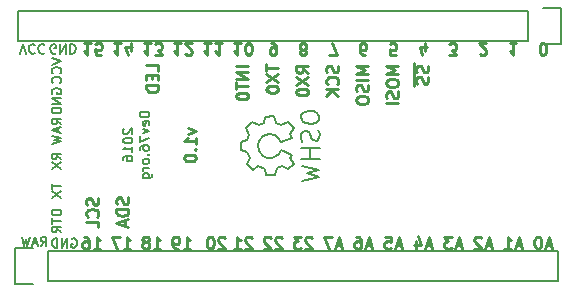
<source format=gbo>
%TF.GenerationSoftware,KiCad,Pcbnew,4.0.4-stable*%
%TF.CreationDate,2016-12-05T23:01:44+00:00*%
%TF.ProjectId,mightyduino,6D69676874796475696E6F2E6B696361,rev?*%
%TF.FileFunction,Legend,Bot*%
%FSLAX46Y46*%
G04 Gerber Fmt 4.6, Leading zero omitted, Abs format (unit mm)*
G04 Created by KiCad (PCBNEW 4.0.4-stable) date Monday, 05 '05e' December '05e' 2016, 23:01:44*
%MOMM*%
%LPD*%
G01*
G04 APERTURE LIST*
%ADD10C,0.100000*%
%ADD11C,0.250000*%
%ADD12C,0.200000*%
%ADD13C,0.150000*%
G04 APERTURE END LIST*
D10*
D11*
X142686114Y-108985229D02*
X143352781Y-109223324D01*
X142686114Y-109461420D01*
X143352781Y-110366182D02*
X143352781Y-109794753D01*
X143352781Y-110080467D02*
X142352781Y-110080467D01*
X142495638Y-109985229D01*
X142590876Y-109889991D01*
X142638495Y-109794753D01*
X143257543Y-110794753D02*
X143305162Y-110842372D01*
X143352781Y-110794753D01*
X143305162Y-110747134D01*
X143257543Y-110794753D01*
X143352781Y-110794753D01*
X142352781Y-111461419D02*
X142352781Y-111556658D01*
X142400400Y-111651896D01*
X142448019Y-111699515D01*
X142543257Y-111747134D01*
X142733733Y-111794753D01*
X142971829Y-111794753D01*
X143162305Y-111747134D01*
X143257543Y-111699515D01*
X143305162Y-111651896D01*
X143352781Y-111556658D01*
X143352781Y-111461419D01*
X143305162Y-111366181D01*
X143257543Y-111318562D01*
X143162305Y-111270943D01*
X142971829Y-111223324D01*
X142733733Y-111223324D01*
X142543257Y-111270943D01*
X142448019Y-111318562D01*
X142400400Y-111366181D01*
X142352781Y-111461419D01*
D12*
X137241095Y-109042371D02*
X137203000Y-109080466D01*
X137164905Y-109156657D01*
X137164905Y-109347133D01*
X137203000Y-109423323D01*
X137241095Y-109461419D01*
X137317286Y-109499514D01*
X137393476Y-109499514D01*
X137507762Y-109461419D01*
X137964905Y-109004276D01*
X137964905Y-109499514D01*
X137164905Y-109994752D02*
X137164905Y-110070943D01*
X137203000Y-110147133D01*
X137241095Y-110185228D01*
X137317286Y-110223324D01*
X137469667Y-110261419D01*
X137660143Y-110261419D01*
X137812524Y-110223324D01*
X137888714Y-110185228D01*
X137926810Y-110147133D01*
X137964905Y-110070943D01*
X137964905Y-109994752D01*
X137926810Y-109918562D01*
X137888714Y-109880466D01*
X137812524Y-109842371D01*
X137660143Y-109804276D01*
X137469667Y-109804276D01*
X137317286Y-109842371D01*
X137241095Y-109880466D01*
X137203000Y-109918562D01*
X137164905Y-109994752D01*
X137964905Y-111023324D02*
X137964905Y-110566181D01*
X137964905Y-110794752D02*
X137164905Y-110794752D01*
X137279190Y-110718562D01*
X137355381Y-110642371D01*
X137393476Y-110566181D01*
X137164905Y-111709038D02*
X137164905Y-111556657D01*
X137203000Y-111480467D01*
X137241095Y-111442372D01*
X137355381Y-111366181D01*
X137507762Y-111328086D01*
X137812524Y-111328086D01*
X137888714Y-111366181D01*
X137926810Y-111404276D01*
X137964905Y-111480467D01*
X137964905Y-111632848D01*
X137926810Y-111709038D01*
X137888714Y-111747134D01*
X137812524Y-111785229D01*
X137622048Y-111785229D01*
X137545857Y-111747134D01*
X137507762Y-111709038D01*
X137469667Y-111632848D01*
X137469667Y-111480467D01*
X137507762Y-111404276D01*
X137545857Y-111366181D01*
X137622048Y-111328086D01*
X139364905Y-107632847D02*
X138564905Y-107632847D01*
X138564905Y-107823323D01*
X138603000Y-107937609D01*
X138679190Y-108013800D01*
X138755381Y-108051895D01*
X138907762Y-108089990D01*
X139022048Y-108089990D01*
X139174429Y-108051895D01*
X139250619Y-108013800D01*
X139326810Y-107937609D01*
X139364905Y-107823323D01*
X139364905Y-107632847D01*
X139326810Y-108737609D02*
X139364905Y-108661419D01*
X139364905Y-108509038D01*
X139326810Y-108432847D01*
X139250619Y-108394752D01*
X138945857Y-108394752D01*
X138869667Y-108432847D01*
X138831571Y-108509038D01*
X138831571Y-108661419D01*
X138869667Y-108737609D01*
X138945857Y-108775704D01*
X139022048Y-108775704D01*
X139098238Y-108394752D01*
X138831571Y-109042371D02*
X139364905Y-109232847D01*
X138831571Y-109423323D01*
X138564905Y-109651895D02*
X138564905Y-110185228D01*
X139364905Y-109842371D01*
X138564905Y-110832847D02*
X138564905Y-110680466D01*
X138603000Y-110604276D01*
X138641095Y-110566181D01*
X138755381Y-110489990D01*
X138907762Y-110451895D01*
X139212524Y-110451895D01*
X139288714Y-110489990D01*
X139326810Y-110528085D01*
X139364905Y-110604276D01*
X139364905Y-110756657D01*
X139326810Y-110832847D01*
X139288714Y-110870943D01*
X139212524Y-110909038D01*
X139022048Y-110909038D01*
X138945857Y-110870943D01*
X138907762Y-110832847D01*
X138869667Y-110756657D01*
X138869667Y-110604276D01*
X138907762Y-110528085D01*
X138945857Y-110489990D01*
X139022048Y-110451895D01*
X139288714Y-111251895D02*
X139326810Y-111289990D01*
X139364905Y-111251895D01*
X139326810Y-111213800D01*
X139288714Y-111251895D01*
X139364905Y-111251895D01*
X139364905Y-111747133D02*
X139326810Y-111670942D01*
X139288714Y-111632847D01*
X139212524Y-111594752D01*
X138983952Y-111594752D01*
X138907762Y-111632847D01*
X138869667Y-111670942D01*
X138831571Y-111747133D01*
X138831571Y-111861419D01*
X138869667Y-111937609D01*
X138907762Y-111975704D01*
X138983952Y-112013800D01*
X139212524Y-112013800D01*
X139288714Y-111975704D01*
X139326810Y-111937609D01*
X139364905Y-111861419D01*
X139364905Y-111747133D01*
X139364905Y-112356657D02*
X138831571Y-112356657D01*
X138983952Y-112356657D02*
X138907762Y-112394752D01*
X138869667Y-112432848D01*
X138831571Y-112509038D01*
X138831571Y-112585229D01*
X138831571Y-113194752D02*
X139479190Y-113194752D01*
X139555381Y-113156657D01*
X139593476Y-113118562D01*
X139631571Y-113042371D01*
X139631571Y-112928086D01*
X139593476Y-112851895D01*
X139326810Y-113194752D02*
X139364905Y-113118562D01*
X139364905Y-112966181D01*
X139326810Y-112889990D01*
X139288714Y-112851895D01*
X139212524Y-112813800D01*
X138983952Y-112813800D01*
X138907762Y-112851895D01*
X138869667Y-112889990D01*
X138831571Y-112966181D01*
X138831571Y-113118562D01*
X138869667Y-113194752D01*
D11*
X162964762Y-103695476D02*
X163012381Y-103838333D01*
X163012381Y-104076429D01*
X162964762Y-104171667D01*
X162917143Y-104219286D01*
X162821905Y-104266905D01*
X162726667Y-104266905D01*
X162631429Y-104219286D01*
X162583810Y-104171667D01*
X162536190Y-104076429D01*
X162488571Y-103885952D01*
X162440952Y-103790714D01*
X162393333Y-103743095D01*
X162298095Y-103695476D01*
X162202857Y-103695476D01*
X162107619Y-103743095D01*
X162060000Y-103790714D01*
X162012381Y-103885952D01*
X162012381Y-104124048D01*
X162060000Y-104266905D01*
X162964762Y-104647857D02*
X163012381Y-104790714D01*
X163012381Y-105028810D01*
X162964762Y-105124048D01*
X162917143Y-105171667D01*
X162821905Y-105219286D01*
X162726667Y-105219286D01*
X162631429Y-105171667D01*
X162583810Y-105124048D01*
X162536190Y-105028810D01*
X162488571Y-104838333D01*
X162440952Y-104743095D01*
X162393333Y-104695476D01*
X162298095Y-104647857D01*
X162202857Y-104647857D01*
X162107619Y-104695476D01*
X162060000Y-104743095D01*
X162012381Y-104838333D01*
X162012381Y-105076429D01*
X162060000Y-105219286D01*
X161840000Y-103505000D02*
X161840000Y-105409762D01*
X147772381Y-103743095D02*
X146772381Y-103743095D01*
X147772381Y-104219285D02*
X146772381Y-104219285D01*
X147772381Y-104790714D01*
X146772381Y-104790714D01*
X146772381Y-105124047D02*
X146772381Y-105695476D01*
X147772381Y-105409761D02*
X146772381Y-105409761D01*
X146772381Y-106219285D02*
X146772381Y-106314524D01*
X146820000Y-106409762D01*
X146867619Y-106457381D01*
X146962857Y-106505000D01*
X147153333Y-106552619D01*
X147391429Y-106552619D01*
X147581905Y-106505000D01*
X147677143Y-106457381D01*
X147724762Y-106409762D01*
X147772381Y-106314524D01*
X147772381Y-106219285D01*
X147724762Y-106124047D01*
X147677143Y-106076428D01*
X147581905Y-106028809D01*
X147391429Y-105981190D01*
X147153333Y-105981190D01*
X146962857Y-106028809D01*
X146867619Y-106076428D01*
X146820000Y-106124047D01*
X146772381Y-106219285D01*
X149312381Y-103600238D02*
X149312381Y-104171667D01*
X150312381Y-103885952D02*
X149312381Y-103885952D01*
X149312381Y-104409762D02*
X150312381Y-105076429D01*
X149312381Y-105076429D02*
X150312381Y-104409762D01*
X149312381Y-105647857D02*
X149312381Y-105743096D01*
X149360000Y-105838334D01*
X149407619Y-105885953D01*
X149502857Y-105933572D01*
X149693333Y-105981191D01*
X149931429Y-105981191D01*
X150121905Y-105933572D01*
X150217143Y-105885953D01*
X150264762Y-105838334D01*
X150312381Y-105743096D01*
X150312381Y-105647857D01*
X150264762Y-105552619D01*
X150217143Y-105505000D01*
X150121905Y-105457381D01*
X149931429Y-105409762D01*
X149693333Y-105409762D01*
X149502857Y-105457381D01*
X149407619Y-105505000D01*
X149360000Y-105552619D01*
X149312381Y-105647857D01*
X152852381Y-104314524D02*
X152376190Y-103981190D01*
X152852381Y-103743095D02*
X151852381Y-103743095D01*
X151852381Y-104124048D01*
X151900000Y-104219286D01*
X151947619Y-104266905D01*
X152042857Y-104314524D01*
X152185714Y-104314524D01*
X152280952Y-104266905D01*
X152328571Y-104219286D01*
X152376190Y-104124048D01*
X152376190Y-103743095D01*
X151852381Y-104647857D02*
X152852381Y-105314524D01*
X151852381Y-105314524D02*
X152852381Y-104647857D01*
X151852381Y-105885952D02*
X151852381Y-105981191D01*
X151900000Y-106076429D01*
X151947619Y-106124048D01*
X152042857Y-106171667D01*
X152233333Y-106219286D01*
X152471429Y-106219286D01*
X152661905Y-106171667D01*
X152757143Y-106124048D01*
X152804762Y-106076429D01*
X152852381Y-105981191D01*
X152852381Y-105885952D01*
X152804762Y-105790714D01*
X152757143Y-105743095D01*
X152661905Y-105695476D01*
X152471429Y-105647857D01*
X152233333Y-105647857D01*
X152042857Y-105695476D01*
X151947619Y-105743095D01*
X151900000Y-105790714D01*
X151852381Y-105885952D01*
X137564762Y-114855952D02*
X137612381Y-114998809D01*
X137612381Y-115236905D01*
X137564762Y-115332143D01*
X137517143Y-115379762D01*
X137421905Y-115427381D01*
X137326667Y-115427381D01*
X137231429Y-115379762D01*
X137183810Y-115332143D01*
X137136190Y-115236905D01*
X137088571Y-115046428D01*
X137040952Y-114951190D01*
X136993333Y-114903571D01*
X136898095Y-114855952D01*
X136802857Y-114855952D01*
X136707619Y-114903571D01*
X136660000Y-114951190D01*
X136612381Y-115046428D01*
X136612381Y-115284524D01*
X136660000Y-115427381D01*
X137612381Y-115855952D02*
X136612381Y-115855952D01*
X136612381Y-116094047D01*
X136660000Y-116236905D01*
X136755238Y-116332143D01*
X136850476Y-116379762D01*
X137040952Y-116427381D01*
X137183810Y-116427381D01*
X137374286Y-116379762D01*
X137469524Y-116332143D01*
X137564762Y-116236905D01*
X137612381Y-116094047D01*
X137612381Y-115855952D01*
X137326667Y-116808333D02*
X137326667Y-117284524D01*
X137612381Y-116713095D02*
X136612381Y-117046428D01*
X137612381Y-117379762D01*
X135024762Y-114903571D02*
X135072381Y-115046428D01*
X135072381Y-115284524D01*
X135024762Y-115379762D01*
X134977143Y-115427381D01*
X134881905Y-115475000D01*
X134786667Y-115475000D01*
X134691429Y-115427381D01*
X134643810Y-115379762D01*
X134596190Y-115284524D01*
X134548571Y-115094047D01*
X134500952Y-114998809D01*
X134453333Y-114951190D01*
X134358095Y-114903571D01*
X134262857Y-114903571D01*
X134167619Y-114951190D01*
X134120000Y-114998809D01*
X134072381Y-115094047D01*
X134072381Y-115332143D01*
X134120000Y-115475000D01*
X134977143Y-116475000D02*
X135024762Y-116427381D01*
X135072381Y-116284524D01*
X135072381Y-116189286D01*
X135024762Y-116046428D01*
X134929524Y-115951190D01*
X134834286Y-115903571D01*
X134643810Y-115855952D01*
X134500952Y-115855952D01*
X134310476Y-115903571D01*
X134215238Y-115951190D01*
X134120000Y-116046428D01*
X134072381Y-116189286D01*
X134072381Y-116284524D01*
X134120000Y-116427381D01*
X134167619Y-116475000D01*
X135072381Y-117379762D02*
X135072381Y-116903571D01*
X134072381Y-116903571D01*
X155344762Y-103695476D02*
X155392381Y-103838333D01*
X155392381Y-104076429D01*
X155344762Y-104171667D01*
X155297143Y-104219286D01*
X155201905Y-104266905D01*
X155106667Y-104266905D01*
X155011429Y-104219286D01*
X154963810Y-104171667D01*
X154916190Y-104076429D01*
X154868571Y-103885952D01*
X154820952Y-103790714D01*
X154773333Y-103743095D01*
X154678095Y-103695476D01*
X154582857Y-103695476D01*
X154487619Y-103743095D01*
X154440000Y-103790714D01*
X154392381Y-103885952D01*
X154392381Y-104124048D01*
X154440000Y-104266905D01*
X155297143Y-105266905D02*
X155344762Y-105219286D01*
X155392381Y-105076429D01*
X155392381Y-104981191D01*
X155344762Y-104838333D01*
X155249524Y-104743095D01*
X155154286Y-104695476D01*
X154963810Y-104647857D01*
X154820952Y-104647857D01*
X154630476Y-104695476D01*
X154535238Y-104743095D01*
X154440000Y-104838333D01*
X154392381Y-104981191D01*
X154392381Y-105076429D01*
X154440000Y-105219286D01*
X154487619Y-105266905D01*
X155392381Y-105695476D02*
X154392381Y-105695476D01*
X155392381Y-106266905D02*
X154820952Y-105838333D01*
X154392381Y-106266905D02*
X154963810Y-105695476D01*
X157932381Y-103743095D02*
X156932381Y-103743095D01*
X157646667Y-104076429D01*
X156932381Y-104409762D01*
X157932381Y-104409762D01*
X157932381Y-104885952D02*
X156932381Y-104885952D01*
X157884762Y-105314523D02*
X157932381Y-105457380D01*
X157932381Y-105695476D01*
X157884762Y-105790714D01*
X157837143Y-105838333D01*
X157741905Y-105885952D01*
X157646667Y-105885952D01*
X157551429Y-105838333D01*
X157503810Y-105790714D01*
X157456190Y-105695476D01*
X157408571Y-105504999D01*
X157360952Y-105409761D01*
X157313333Y-105362142D01*
X157218095Y-105314523D01*
X157122857Y-105314523D01*
X157027619Y-105362142D01*
X156980000Y-105409761D01*
X156932381Y-105504999D01*
X156932381Y-105743095D01*
X156980000Y-105885952D01*
X156932381Y-106504999D02*
X156932381Y-106695476D01*
X156980000Y-106790714D01*
X157075238Y-106885952D01*
X157265714Y-106933571D01*
X157599048Y-106933571D01*
X157789524Y-106885952D01*
X157884762Y-106790714D01*
X157932381Y-106695476D01*
X157932381Y-106504999D01*
X157884762Y-106409761D01*
X157789524Y-106314523D01*
X157599048Y-106266904D01*
X157265714Y-106266904D01*
X157075238Y-106314523D01*
X156980000Y-106409761D01*
X156932381Y-106504999D01*
X160472381Y-103743095D02*
X159472381Y-103743095D01*
X160186667Y-104076429D01*
X159472381Y-104409762D01*
X160472381Y-104409762D01*
X159472381Y-105076428D02*
X159472381Y-105266905D01*
X159520000Y-105362143D01*
X159615238Y-105457381D01*
X159805714Y-105505000D01*
X160139048Y-105505000D01*
X160329524Y-105457381D01*
X160424762Y-105362143D01*
X160472381Y-105266905D01*
X160472381Y-105076428D01*
X160424762Y-104981190D01*
X160329524Y-104885952D01*
X160139048Y-104838333D01*
X159805714Y-104838333D01*
X159615238Y-104885952D01*
X159520000Y-104981190D01*
X159472381Y-105076428D01*
X160424762Y-105885952D02*
X160472381Y-106028809D01*
X160472381Y-106266905D01*
X160424762Y-106362143D01*
X160377143Y-106409762D01*
X160281905Y-106457381D01*
X160186667Y-106457381D01*
X160091429Y-106409762D01*
X160043810Y-106362143D01*
X159996190Y-106266905D01*
X159948571Y-106076428D01*
X159900952Y-105981190D01*
X159853333Y-105933571D01*
X159758095Y-105885952D01*
X159662857Y-105885952D01*
X159567619Y-105933571D01*
X159520000Y-105981190D01*
X159472381Y-106076428D01*
X159472381Y-106314524D01*
X159520000Y-106457381D01*
X160472381Y-106885952D02*
X159472381Y-106885952D01*
X140152381Y-104132143D02*
X140152381Y-103655952D01*
X139152381Y-103655952D01*
X139628571Y-104465476D02*
X139628571Y-104798810D01*
X140152381Y-104941667D02*
X140152381Y-104465476D01*
X139152381Y-104465476D01*
X139152381Y-104941667D01*
X140152381Y-105370238D02*
X139152381Y-105370238D01*
X139152381Y-105608333D01*
X139200000Y-105751191D01*
X139295238Y-105846429D01*
X139390476Y-105894048D01*
X139580952Y-105941667D01*
X139723810Y-105941667D01*
X139914286Y-105894048D01*
X140009524Y-105846429D01*
X140104762Y-105751191D01*
X140152381Y-105608333D01*
X140152381Y-105370238D01*
X148081905Y-118292619D02*
X148034286Y-118245000D01*
X147939048Y-118197381D01*
X147700952Y-118197381D01*
X147605714Y-118245000D01*
X147558095Y-118292619D01*
X147510476Y-118387857D01*
X147510476Y-118483095D01*
X147558095Y-118625952D01*
X148129524Y-119197381D01*
X147510476Y-119197381D01*
X146558095Y-119197381D02*
X147129524Y-119197381D01*
X146843810Y-119197381D02*
X146843810Y-118197381D01*
X146939048Y-118340238D01*
X147034286Y-118435476D01*
X147129524Y-118483095D01*
X153161905Y-118292619D02*
X153114286Y-118245000D01*
X153019048Y-118197381D01*
X152780952Y-118197381D01*
X152685714Y-118245000D01*
X152638095Y-118292619D01*
X152590476Y-118387857D01*
X152590476Y-118483095D01*
X152638095Y-118625952D01*
X153209524Y-119197381D01*
X152590476Y-119197381D01*
X152257143Y-118197381D02*
X151638095Y-118197381D01*
X151971429Y-118578333D01*
X151828571Y-118578333D01*
X151733333Y-118625952D01*
X151685714Y-118673571D01*
X151638095Y-118768810D01*
X151638095Y-119006905D01*
X151685714Y-119102143D01*
X151733333Y-119149762D01*
X151828571Y-119197381D01*
X152114286Y-119197381D01*
X152209524Y-119149762D01*
X152257143Y-119102143D01*
X147129524Y-101782619D02*
X146558095Y-101782619D01*
X146843809Y-101782619D02*
X146843809Y-102782619D01*
X146748571Y-102639762D01*
X146653333Y-102544524D01*
X146558095Y-102496905D01*
X147748571Y-102782619D02*
X147843810Y-102782619D01*
X147939048Y-102735000D01*
X147986667Y-102687381D01*
X148034286Y-102592143D01*
X148081905Y-102401667D01*
X148081905Y-102163571D01*
X148034286Y-101973095D01*
X147986667Y-101877857D01*
X147939048Y-101830238D01*
X147843810Y-101782619D01*
X147748571Y-101782619D01*
X147653333Y-101830238D01*
X147605714Y-101877857D01*
X147558095Y-101973095D01*
X147510476Y-102163571D01*
X147510476Y-102401667D01*
X147558095Y-102592143D01*
X147605714Y-102687381D01*
X147653333Y-102735000D01*
X147748571Y-102782619D01*
X144589524Y-101782619D02*
X144018095Y-101782619D01*
X144303809Y-101782619D02*
X144303809Y-102782619D01*
X144208571Y-102639762D01*
X144113333Y-102544524D01*
X144018095Y-102496905D01*
X145541905Y-101782619D02*
X144970476Y-101782619D01*
X145256190Y-101782619D02*
X145256190Y-102782619D01*
X145160952Y-102639762D01*
X145065714Y-102544524D01*
X144970476Y-102496905D01*
D12*
X131470477Y-102635000D02*
X131394286Y-102673095D01*
X131280001Y-102673095D01*
X131165715Y-102635000D01*
X131089524Y-102558810D01*
X131051429Y-102482619D01*
X131013334Y-102330238D01*
X131013334Y-102215952D01*
X131051429Y-102063571D01*
X131089524Y-101987381D01*
X131165715Y-101911190D01*
X131280001Y-101873095D01*
X131356191Y-101873095D01*
X131470477Y-101911190D01*
X131508572Y-101949286D01*
X131508572Y-102215952D01*
X131356191Y-102215952D01*
X131851429Y-101873095D02*
X131851429Y-102673095D01*
X132308572Y-101873095D01*
X132308572Y-102673095D01*
X132689524Y-101873095D02*
X132689524Y-102673095D01*
X132880000Y-102673095D01*
X132994286Y-102635000D01*
X133070477Y-102558810D01*
X133108572Y-102482619D01*
X133146667Y-102330238D01*
X133146667Y-102215952D01*
X133108572Y-102063571D01*
X133070477Y-101987381D01*
X132994286Y-101911190D01*
X132880000Y-101873095D01*
X132689524Y-101873095D01*
X128447933Y-102673095D02*
X128714600Y-101873095D01*
X128981267Y-102673095D01*
X129705076Y-101949286D02*
X129666981Y-101911190D01*
X129552695Y-101873095D01*
X129476505Y-101873095D01*
X129362219Y-101911190D01*
X129286028Y-101987381D01*
X129247933Y-102063571D01*
X129209838Y-102215952D01*
X129209838Y-102330238D01*
X129247933Y-102482619D01*
X129286028Y-102558810D01*
X129362219Y-102635000D01*
X129476505Y-102673095D01*
X129552695Y-102673095D01*
X129666981Y-102635000D01*
X129705076Y-102596905D01*
X130505076Y-101949286D02*
X130466981Y-101911190D01*
X130352695Y-101873095D01*
X130276505Y-101873095D01*
X130162219Y-101911190D01*
X130086028Y-101987381D01*
X130047933Y-102063571D01*
X130009838Y-102215952D01*
X130009838Y-102330238D01*
X130047933Y-102482619D01*
X130086028Y-102558810D01*
X130162219Y-102635000D01*
X130276505Y-102673095D01*
X130352695Y-102673095D01*
X130466981Y-102635000D01*
X130505076Y-102596905D01*
D11*
X134429524Y-101782619D02*
X133858095Y-101782619D01*
X134143809Y-101782619D02*
X134143809Y-102782619D01*
X134048571Y-102639762D01*
X133953333Y-102544524D01*
X133858095Y-102496905D01*
X135334286Y-102782619D02*
X134858095Y-102782619D01*
X134810476Y-102306429D01*
X134858095Y-102354048D01*
X134953333Y-102401667D01*
X135191429Y-102401667D01*
X135286667Y-102354048D01*
X135334286Y-102306429D01*
X135381905Y-102211190D01*
X135381905Y-101973095D01*
X135334286Y-101877857D01*
X135286667Y-101830238D01*
X135191429Y-101782619D01*
X134953333Y-101782619D01*
X134858095Y-101830238D01*
X134810476Y-101877857D01*
X167354286Y-102687381D02*
X167401905Y-102735000D01*
X167497143Y-102782619D01*
X167735239Y-102782619D01*
X167830477Y-102735000D01*
X167878096Y-102687381D01*
X167925715Y-102592143D01*
X167925715Y-102496905D01*
X167878096Y-102354048D01*
X167306667Y-101782619D01*
X167925715Y-101782619D01*
X164766667Y-102782619D02*
X165385715Y-102782619D01*
X165052381Y-102401667D01*
X165195239Y-102401667D01*
X165290477Y-102354048D01*
X165338096Y-102306429D01*
X165385715Y-102211190D01*
X165385715Y-101973095D01*
X165338096Y-101877857D01*
X165290477Y-101830238D01*
X165195239Y-101782619D01*
X164909524Y-101782619D01*
X164814286Y-101830238D01*
X164766667Y-101877857D01*
X170465715Y-101782619D02*
X169894286Y-101782619D01*
X170180000Y-101782619D02*
X170180000Y-102782619D01*
X170084762Y-102639762D01*
X169989524Y-102544524D01*
X169894286Y-102496905D01*
X172672381Y-102782619D02*
X172767620Y-102782619D01*
X172862858Y-102735000D01*
X172910477Y-102687381D01*
X172958096Y-102592143D01*
X173005715Y-102401667D01*
X173005715Y-102163571D01*
X172958096Y-101973095D01*
X172910477Y-101877857D01*
X172862858Y-101830238D01*
X172767620Y-101782619D01*
X172672381Y-101782619D01*
X172577143Y-101830238D01*
X172529524Y-101877857D01*
X172481905Y-101973095D01*
X172434286Y-102163571D01*
X172434286Y-102401667D01*
X172481905Y-102592143D01*
X172529524Y-102687381D01*
X172577143Y-102735000D01*
X172672381Y-102782619D01*
X139509524Y-101782619D02*
X138938095Y-101782619D01*
X139223809Y-101782619D02*
X139223809Y-102782619D01*
X139128571Y-102639762D01*
X139033333Y-102544524D01*
X138938095Y-102496905D01*
X139842857Y-102782619D02*
X140461905Y-102782619D01*
X140128571Y-102401667D01*
X140271429Y-102401667D01*
X140366667Y-102354048D01*
X140414286Y-102306429D01*
X140461905Y-102211190D01*
X140461905Y-101973095D01*
X140414286Y-101877857D01*
X140366667Y-101830238D01*
X140271429Y-101782619D01*
X139985714Y-101782619D01*
X139890476Y-101830238D01*
X139842857Y-101877857D01*
X136969524Y-101782619D02*
X136398095Y-101782619D01*
X136683809Y-101782619D02*
X136683809Y-102782619D01*
X136588571Y-102639762D01*
X136493333Y-102544524D01*
X136398095Y-102496905D01*
X137826667Y-102449286D02*
X137826667Y-101782619D01*
X137588571Y-102830238D02*
X137350476Y-102115952D01*
X137969524Y-102115952D01*
X142049524Y-101782619D02*
X141478095Y-101782619D01*
X141763809Y-101782619D02*
X141763809Y-102782619D01*
X141668571Y-102639762D01*
X141573333Y-102544524D01*
X141478095Y-102496905D01*
X142430476Y-102687381D02*
X142478095Y-102735000D01*
X142573333Y-102782619D01*
X142811429Y-102782619D01*
X142906667Y-102735000D01*
X142954286Y-102687381D01*
X143001905Y-102592143D01*
X143001905Y-102496905D01*
X142954286Y-102354048D01*
X142382857Y-101782619D01*
X143001905Y-101782619D01*
X149669524Y-101782619D02*
X149860000Y-101782619D01*
X149955239Y-101830238D01*
X150002858Y-101877857D01*
X150098096Y-102020714D01*
X150145715Y-102211190D01*
X150145715Y-102592143D01*
X150098096Y-102687381D01*
X150050477Y-102735000D01*
X149955239Y-102782619D01*
X149764762Y-102782619D01*
X149669524Y-102735000D01*
X149621905Y-102687381D01*
X149574286Y-102592143D01*
X149574286Y-102354048D01*
X149621905Y-102258810D01*
X149669524Y-102211190D01*
X149764762Y-102163571D01*
X149955239Y-102163571D01*
X150050477Y-102211190D01*
X150098096Y-102258810D01*
X150145715Y-102354048D01*
X162750477Y-102449286D02*
X162750477Y-101782619D01*
X162512381Y-102830238D02*
X162274286Y-102115952D01*
X162893334Y-102115952D01*
X160258096Y-102782619D02*
X159781905Y-102782619D01*
X159734286Y-102306429D01*
X159781905Y-102354048D01*
X159877143Y-102401667D01*
X160115239Y-102401667D01*
X160210477Y-102354048D01*
X160258096Y-102306429D01*
X160305715Y-102211190D01*
X160305715Y-101973095D01*
X160258096Y-101877857D01*
X160210477Y-101830238D01*
X160115239Y-101782619D01*
X159877143Y-101782619D01*
X159781905Y-101830238D01*
X159734286Y-101877857D01*
X152304762Y-102354048D02*
X152209524Y-102401667D01*
X152161905Y-102449286D01*
X152114286Y-102544524D01*
X152114286Y-102592143D01*
X152161905Y-102687381D01*
X152209524Y-102735000D01*
X152304762Y-102782619D01*
X152495239Y-102782619D01*
X152590477Y-102735000D01*
X152638096Y-102687381D01*
X152685715Y-102592143D01*
X152685715Y-102544524D01*
X152638096Y-102449286D01*
X152590477Y-102401667D01*
X152495239Y-102354048D01*
X152304762Y-102354048D01*
X152209524Y-102306429D01*
X152161905Y-102258810D01*
X152114286Y-102163571D01*
X152114286Y-101973095D01*
X152161905Y-101877857D01*
X152209524Y-101830238D01*
X152304762Y-101782619D01*
X152495239Y-101782619D01*
X152590477Y-101830238D01*
X152638096Y-101877857D01*
X152685715Y-101973095D01*
X152685715Y-102163571D01*
X152638096Y-102258810D01*
X152590477Y-102306429D01*
X152495239Y-102354048D01*
X157670477Y-102782619D02*
X157480000Y-102782619D01*
X157384762Y-102735000D01*
X157337143Y-102687381D01*
X157241905Y-102544524D01*
X157194286Y-102354048D01*
X157194286Y-101973095D01*
X157241905Y-101877857D01*
X157289524Y-101830238D01*
X157384762Y-101782619D01*
X157575239Y-101782619D01*
X157670477Y-101830238D01*
X157718096Y-101877857D01*
X157765715Y-101973095D01*
X157765715Y-102211190D01*
X157718096Y-102306429D01*
X157670477Y-102354048D01*
X157575239Y-102401667D01*
X157384762Y-102401667D01*
X157289524Y-102354048D01*
X157241905Y-102306429D01*
X157194286Y-102211190D01*
X154606667Y-102782619D02*
X155273334Y-102782619D01*
X154844762Y-101782619D01*
D12*
X130219381Y-118979905D02*
X130486048Y-118598952D01*
X130676524Y-118979905D02*
X130676524Y-118179905D01*
X130371762Y-118179905D01*
X130295571Y-118218000D01*
X130257476Y-118256095D01*
X130219381Y-118332286D01*
X130219381Y-118446571D01*
X130257476Y-118522762D01*
X130295571Y-118560857D01*
X130371762Y-118598952D01*
X130676524Y-118598952D01*
X129914619Y-118751333D02*
X129533667Y-118751333D01*
X129990810Y-118979905D02*
X129724143Y-118179905D01*
X129457476Y-118979905D01*
X129267000Y-118179905D02*
X129076524Y-118979905D01*
X128924143Y-118408476D01*
X128771762Y-118979905D01*
X128581286Y-118179905D01*
X132816523Y-118345000D02*
X132892714Y-118306905D01*
X133006999Y-118306905D01*
X133121285Y-118345000D01*
X133197476Y-118421190D01*
X133235571Y-118497381D01*
X133273666Y-118649762D01*
X133273666Y-118764048D01*
X133235571Y-118916429D01*
X133197476Y-118992619D01*
X133121285Y-119068810D01*
X133006999Y-119106905D01*
X132930809Y-119106905D01*
X132816523Y-119068810D01*
X132778428Y-119030714D01*
X132778428Y-118764048D01*
X132930809Y-118764048D01*
X132435571Y-119106905D02*
X132435571Y-118306905D01*
X131978428Y-119106905D01*
X131978428Y-118306905D01*
X131597476Y-119106905D02*
X131597476Y-118306905D01*
X131407000Y-118306905D01*
X131292714Y-118345000D01*
X131216523Y-118421190D01*
X131178428Y-118497381D01*
X131140333Y-118649762D01*
X131140333Y-118764048D01*
X131178428Y-118916429D01*
X131216523Y-118992619D01*
X131292714Y-119068810D01*
X131407000Y-119106905D01*
X131597476Y-119106905D01*
D11*
X170894286Y-118911667D02*
X170418095Y-118911667D01*
X170989524Y-119197381D02*
X170656191Y-118197381D01*
X170322857Y-119197381D01*
X169465714Y-119197381D02*
X170037143Y-119197381D01*
X169751429Y-119197381D02*
X169751429Y-118197381D01*
X169846667Y-118340238D01*
X169941905Y-118435476D01*
X170037143Y-118483095D01*
X173434286Y-118911667D02*
X172958095Y-118911667D01*
X173529524Y-119197381D02*
X173196191Y-118197381D01*
X172862857Y-119197381D01*
X172339048Y-118197381D02*
X172243809Y-118197381D01*
X172148571Y-118245000D01*
X172100952Y-118292619D01*
X172053333Y-118387857D01*
X172005714Y-118578333D01*
X172005714Y-118816429D01*
X172053333Y-119006905D01*
X172100952Y-119102143D01*
X172148571Y-119149762D01*
X172243809Y-119197381D01*
X172339048Y-119197381D01*
X172434286Y-119149762D01*
X172481905Y-119102143D01*
X172529524Y-119006905D01*
X172577143Y-118816429D01*
X172577143Y-118578333D01*
X172529524Y-118387857D01*
X172481905Y-118292619D01*
X172434286Y-118245000D01*
X172339048Y-118197381D01*
X165814286Y-118911667D02*
X165338095Y-118911667D01*
X165909524Y-119197381D02*
X165576191Y-118197381D01*
X165242857Y-119197381D01*
X165004762Y-118197381D02*
X164385714Y-118197381D01*
X164719048Y-118578333D01*
X164576190Y-118578333D01*
X164480952Y-118625952D01*
X164433333Y-118673571D01*
X164385714Y-118768810D01*
X164385714Y-119006905D01*
X164433333Y-119102143D01*
X164480952Y-119149762D01*
X164576190Y-119197381D01*
X164861905Y-119197381D01*
X164957143Y-119149762D01*
X165004762Y-119102143D01*
X168354286Y-118911667D02*
X167878095Y-118911667D01*
X168449524Y-119197381D02*
X168116191Y-118197381D01*
X167782857Y-119197381D01*
X167497143Y-118292619D02*
X167449524Y-118245000D01*
X167354286Y-118197381D01*
X167116190Y-118197381D01*
X167020952Y-118245000D01*
X166973333Y-118292619D01*
X166925714Y-118387857D01*
X166925714Y-118483095D01*
X166973333Y-118625952D01*
X167544762Y-119197381D01*
X166925714Y-119197381D01*
X137223476Y-119197381D02*
X137794905Y-119197381D01*
X137509191Y-119197381D02*
X137509191Y-118197381D01*
X137604429Y-118340238D01*
X137699667Y-118435476D01*
X137794905Y-118483095D01*
X136890143Y-118197381D02*
X136223476Y-118197381D01*
X136652048Y-119197381D01*
X139763476Y-119197381D02*
X140334905Y-119197381D01*
X140049191Y-119197381D02*
X140049191Y-118197381D01*
X140144429Y-118340238D01*
X140239667Y-118435476D01*
X140334905Y-118483095D01*
X139192048Y-118625952D02*
X139287286Y-118578333D01*
X139334905Y-118530714D01*
X139382524Y-118435476D01*
X139382524Y-118387857D01*
X139334905Y-118292619D01*
X139287286Y-118245000D01*
X139192048Y-118197381D01*
X139001571Y-118197381D01*
X138906333Y-118245000D01*
X138858714Y-118292619D01*
X138811095Y-118387857D01*
X138811095Y-118435476D01*
X138858714Y-118530714D01*
X138906333Y-118578333D01*
X139001571Y-118625952D01*
X139192048Y-118625952D01*
X139287286Y-118673571D01*
X139334905Y-118721190D01*
X139382524Y-118816429D01*
X139382524Y-119006905D01*
X139334905Y-119102143D01*
X139287286Y-119149762D01*
X139192048Y-119197381D01*
X139001571Y-119197381D01*
X138906333Y-119149762D01*
X138858714Y-119102143D01*
X138811095Y-119006905D01*
X138811095Y-118816429D01*
X138858714Y-118721190D01*
X138906333Y-118673571D01*
X139001571Y-118625952D01*
X134683476Y-119197381D02*
X135254905Y-119197381D01*
X134969191Y-119197381D02*
X134969191Y-118197381D01*
X135064429Y-118340238D01*
X135159667Y-118435476D01*
X135254905Y-118483095D01*
X133826333Y-118197381D02*
X134016810Y-118197381D01*
X134112048Y-118245000D01*
X134159667Y-118292619D01*
X134254905Y-118435476D01*
X134302524Y-118625952D01*
X134302524Y-119006905D01*
X134254905Y-119102143D01*
X134207286Y-119149762D01*
X134112048Y-119197381D01*
X133921571Y-119197381D01*
X133826333Y-119149762D01*
X133778714Y-119102143D01*
X133731095Y-119006905D01*
X133731095Y-118768810D01*
X133778714Y-118673571D01*
X133826333Y-118625952D01*
X133921571Y-118578333D01*
X134112048Y-118578333D01*
X134207286Y-118625952D01*
X134254905Y-118673571D01*
X134302524Y-118768810D01*
X142303476Y-119197381D02*
X142874905Y-119197381D01*
X142589191Y-119197381D02*
X142589191Y-118197381D01*
X142684429Y-118340238D01*
X142779667Y-118435476D01*
X142874905Y-118483095D01*
X141827286Y-119197381D02*
X141636810Y-119197381D01*
X141541571Y-119149762D01*
X141493952Y-119102143D01*
X141398714Y-118959286D01*
X141351095Y-118768810D01*
X141351095Y-118387857D01*
X141398714Y-118292619D01*
X141446333Y-118245000D01*
X141541571Y-118197381D01*
X141732048Y-118197381D01*
X141827286Y-118245000D01*
X141874905Y-118292619D01*
X141922524Y-118387857D01*
X141922524Y-118625952D01*
X141874905Y-118721190D01*
X141827286Y-118768810D01*
X141732048Y-118816429D01*
X141541571Y-118816429D01*
X141446333Y-118768810D01*
X141398714Y-118721190D01*
X141351095Y-118625952D01*
X150621905Y-118292619D02*
X150574286Y-118245000D01*
X150479048Y-118197381D01*
X150240952Y-118197381D01*
X150145714Y-118245000D01*
X150098095Y-118292619D01*
X150050476Y-118387857D01*
X150050476Y-118483095D01*
X150098095Y-118625952D01*
X150669524Y-119197381D01*
X150050476Y-119197381D01*
X149669524Y-118292619D02*
X149621905Y-118245000D01*
X149526667Y-118197381D01*
X149288571Y-118197381D01*
X149193333Y-118245000D01*
X149145714Y-118292619D01*
X149098095Y-118387857D01*
X149098095Y-118483095D01*
X149145714Y-118625952D01*
X149717143Y-119197381D01*
X149098095Y-119197381D01*
X145795905Y-118292619D02*
X145748286Y-118245000D01*
X145653048Y-118197381D01*
X145414952Y-118197381D01*
X145319714Y-118245000D01*
X145272095Y-118292619D01*
X145224476Y-118387857D01*
X145224476Y-118483095D01*
X145272095Y-118625952D01*
X145843524Y-119197381D01*
X145224476Y-119197381D01*
X144605429Y-118197381D02*
X144510190Y-118197381D01*
X144414952Y-118245000D01*
X144367333Y-118292619D01*
X144319714Y-118387857D01*
X144272095Y-118578333D01*
X144272095Y-118816429D01*
X144319714Y-119006905D01*
X144367333Y-119102143D01*
X144414952Y-119149762D01*
X144510190Y-119197381D01*
X144605429Y-119197381D01*
X144700667Y-119149762D01*
X144748286Y-119102143D01*
X144795905Y-119006905D01*
X144843524Y-118816429D01*
X144843524Y-118578333D01*
X144795905Y-118387857D01*
X144748286Y-118292619D01*
X144700667Y-118245000D01*
X144605429Y-118197381D01*
X160734286Y-118911667D02*
X160258095Y-118911667D01*
X160829524Y-119197381D02*
X160496191Y-118197381D01*
X160162857Y-119197381D01*
X159353333Y-118197381D02*
X159829524Y-118197381D01*
X159877143Y-118673571D01*
X159829524Y-118625952D01*
X159734286Y-118578333D01*
X159496190Y-118578333D01*
X159400952Y-118625952D01*
X159353333Y-118673571D01*
X159305714Y-118768810D01*
X159305714Y-119006905D01*
X159353333Y-119102143D01*
X159400952Y-119149762D01*
X159496190Y-119197381D01*
X159734286Y-119197381D01*
X159829524Y-119149762D01*
X159877143Y-119102143D01*
X163274286Y-118911667D02*
X162798095Y-118911667D01*
X163369524Y-119197381D02*
X163036191Y-118197381D01*
X162702857Y-119197381D01*
X161940952Y-118530714D02*
X161940952Y-119197381D01*
X162179048Y-118149762D02*
X162417143Y-118864048D01*
X161798095Y-118864048D01*
X155654286Y-118911667D02*
X155178095Y-118911667D01*
X155749524Y-119197381D02*
X155416191Y-118197381D01*
X155082857Y-119197381D01*
X154844762Y-118197381D02*
X154178095Y-118197381D01*
X154606667Y-119197381D01*
X158194286Y-118911667D02*
X157718095Y-118911667D01*
X158289524Y-119197381D02*
X157956191Y-118197381D01*
X157622857Y-119197381D01*
X156860952Y-118197381D02*
X157051429Y-118197381D01*
X157146667Y-118245000D01*
X157194286Y-118292619D01*
X157289524Y-118435476D01*
X157337143Y-118625952D01*
X157337143Y-119006905D01*
X157289524Y-119102143D01*
X157241905Y-119149762D01*
X157146667Y-119197381D01*
X156956190Y-119197381D01*
X156860952Y-119149762D01*
X156813333Y-119102143D01*
X156765714Y-119006905D01*
X156765714Y-118768810D01*
X156813333Y-118673571D01*
X156860952Y-118625952D01*
X156956190Y-118578333D01*
X157146667Y-118578333D01*
X157241905Y-118625952D01*
X157289524Y-118673571D01*
X157337143Y-118768810D01*
D12*
X131933905Y-115925714D02*
X131133905Y-115925714D01*
X131133905Y-116116190D01*
X131172000Y-116230476D01*
X131248190Y-116306667D01*
X131324381Y-116344762D01*
X131476762Y-116382857D01*
X131591048Y-116382857D01*
X131743429Y-116344762D01*
X131819619Y-116306667D01*
X131895810Y-116230476D01*
X131933905Y-116116190D01*
X131933905Y-115925714D01*
X131133905Y-116611428D02*
X131133905Y-117068571D01*
X131933905Y-116840000D02*
X131133905Y-116840000D01*
X131933905Y-117792381D02*
X131552952Y-117525714D01*
X131933905Y-117335238D02*
X131133905Y-117335238D01*
X131133905Y-117640000D01*
X131172000Y-117716191D01*
X131210095Y-117754286D01*
X131286286Y-117792381D01*
X131400571Y-117792381D01*
X131476762Y-117754286D01*
X131514857Y-117716191D01*
X131552952Y-117640000D01*
X131552952Y-117335238D01*
X131133905Y-113690476D02*
X131133905Y-114147619D01*
X131933905Y-113919048D02*
X131133905Y-113919048D01*
X131133905Y-114338096D02*
X131933905Y-114871429D01*
X131133905Y-114871429D02*
X131933905Y-114338096D01*
X131933905Y-111626667D02*
X131552952Y-111360000D01*
X131933905Y-111169524D02*
X131133905Y-111169524D01*
X131133905Y-111474286D01*
X131172000Y-111550477D01*
X131210095Y-111588572D01*
X131286286Y-111626667D01*
X131400571Y-111626667D01*
X131476762Y-111588572D01*
X131514857Y-111550477D01*
X131552952Y-111474286D01*
X131552952Y-111169524D01*
X131133905Y-111893334D02*
X131933905Y-112426667D01*
X131133905Y-112426667D02*
X131933905Y-111893334D01*
X131933905Y-108667619D02*
X131552952Y-108400952D01*
X131933905Y-108210476D02*
X131133905Y-108210476D01*
X131133905Y-108515238D01*
X131172000Y-108591429D01*
X131210095Y-108629524D01*
X131286286Y-108667619D01*
X131400571Y-108667619D01*
X131476762Y-108629524D01*
X131514857Y-108591429D01*
X131552952Y-108515238D01*
X131552952Y-108210476D01*
X131705333Y-108972381D02*
X131705333Y-109353333D01*
X131933905Y-108896190D02*
X131133905Y-109162857D01*
X131933905Y-109429524D01*
X131133905Y-109620000D02*
X131933905Y-109810476D01*
X131362476Y-109962857D01*
X131933905Y-110115238D01*
X131133905Y-110305714D01*
X131172000Y-106070477D02*
X131133905Y-105994286D01*
X131133905Y-105880001D01*
X131172000Y-105765715D01*
X131248190Y-105689524D01*
X131324381Y-105651429D01*
X131476762Y-105613334D01*
X131591048Y-105613334D01*
X131743429Y-105651429D01*
X131819619Y-105689524D01*
X131895810Y-105765715D01*
X131933905Y-105880001D01*
X131933905Y-105956191D01*
X131895810Y-106070477D01*
X131857714Y-106108572D01*
X131591048Y-106108572D01*
X131591048Y-105956191D01*
X131933905Y-106451429D02*
X131133905Y-106451429D01*
X131933905Y-106908572D01*
X131133905Y-106908572D01*
X131933905Y-107289524D02*
X131133905Y-107289524D01*
X131133905Y-107480000D01*
X131172000Y-107594286D01*
X131248190Y-107670477D01*
X131324381Y-107708572D01*
X131476762Y-107746667D01*
X131591048Y-107746667D01*
X131743429Y-107708572D01*
X131819619Y-107670477D01*
X131895810Y-107594286D01*
X131933905Y-107480000D01*
X131933905Y-107289524D01*
X131133905Y-103073333D02*
X131933905Y-103340000D01*
X131133905Y-103606667D01*
X131857714Y-104330476D02*
X131895810Y-104292381D01*
X131933905Y-104178095D01*
X131933905Y-104101905D01*
X131895810Y-103987619D01*
X131819619Y-103911428D01*
X131743429Y-103873333D01*
X131591048Y-103835238D01*
X131476762Y-103835238D01*
X131324381Y-103873333D01*
X131248190Y-103911428D01*
X131172000Y-103987619D01*
X131133905Y-104101905D01*
X131133905Y-104178095D01*
X131172000Y-104292381D01*
X131210095Y-104330476D01*
X131857714Y-105130476D02*
X131895810Y-105092381D01*
X131933905Y-104978095D01*
X131933905Y-104901905D01*
X131895810Y-104787619D01*
X131819619Y-104711428D01*
X131743429Y-104673333D01*
X131591048Y-104635238D01*
X131476762Y-104635238D01*
X131324381Y-104673333D01*
X131248190Y-104711428D01*
X131172000Y-104787619D01*
X131133905Y-104901905D01*
X131133905Y-104978095D01*
X131172000Y-105092381D01*
X131210095Y-105130476D01*
D13*
X171450000Y-99060000D02*
X128270000Y-99060000D01*
X128270000Y-99060000D02*
X128270000Y-101600000D01*
X128270000Y-101600000D02*
X171450000Y-101600000D01*
X174270000Y-98780000D02*
X172720000Y-98780000D01*
X171450000Y-99060000D02*
X171450000Y-101600000D01*
X172720000Y-101880000D02*
X174270000Y-101880000D01*
X174270000Y-101880000D02*
X174270000Y-98780000D01*
X130810000Y-121920000D02*
X173990000Y-121920000D01*
X173990000Y-121920000D02*
X173990000Y-119380000D01*
X173990000Y-119380000D02*
X130810000Y-119380000D01*
X127990000Y-122200000D02*
X129540000Y-122200000D01*
X130810000Y-121920000D02*
X130810000Y-119380000D01*
X129540000Y-119100000D02*
X127990000Y-119100000D01*
X127990000Y-119100000D02*
X127990000Y-122200000D01*
X152295860Y-112158780D02*
X153766520Y-112519460D01*
X153766520Y-112519460D02*
X152704800Y-112798860D01*
X152704800Y-112798860D02*
X153776680Y-113108740D01*
X153776680Y-113108740D02*
X152326340Y-113449100D01*
X152986740Y-110738920D02*
X152976580Y-111528860D01*
X152976580Y-111528860D02*
X152986740Y-111539020D01*
X152986740Y-111539020D02*
X152976580Y-111539020D01*
X152265380Y-111579660D02*
X153807160Y-111579660D01*
X152255220Y-110690660D02*
X153824940Y-110690660D01*
X153824940Y-110690660D02*
X153814780Y-110700820D01*
X152356820Y-110139480D02*
X152275540Y-109788960D01*
X152275540Y-109788960D02*
X152265380Y-109468920D01*
X152265380Y-109468920D02*
X152466040Y-109230160D01*
X152466040Y-109230160D02*
X152735280Y-109199680D01*
X152735280Y-109199680D02*
X152976580Y-109440980D01*
X152976580Y-109440980D02*
X153106120Y-109829600D01*
X153106120Y-109829600D02*
X153266140Y-110009940D01*
X153266140Y-110009940D02*
X153565860Y-110050580D01*
X153565860Y-110050580D02*
X153786840Y-109819440D01*
X153786840Y-109819440D02*
X153814780Y-109499400D01*
X153814780Y-109499400D02*
X153705560Y-109148880D01*
X152255220Y-108110020D02*
X152275540Y-107861100D01*
X152275540Y-107861100D02*
X152516840Y-107619800D01*
X152516840Y-107619800D02*
X153007060Y-107530900D01*
X153007060Y-107530900D02*
X153355040Y-107558840D01*
X153355040Y-107558840D02*
X153675080Y-107759500D01*
X153675080Y-107759500D02*
X153797000Y-108010960D01*
X153797000Y-108010960D02*
X153725880Y-108320840D01*
X153725880Y-108320840D02*
X153545540Y-108539280D01*
X153545540Y-108539280D02*
X153085800Y-108610400D01*
X153085800Y-108610400D02*
X152676860Y-108559600D01*
X152676860Y-108559600D02*
X152394920Y-108450380D01*
X152394920Y-108450380D02*
X152265380Y-108089700D01*
X150535640Y-108709460D02*
X151096980Y-108450380D01*
X151096980Y-108450380D02*
X151615140Y-108988860D01*
X151615140Y-108988860D02*
X151345900Y-109509560D01*
X151345900Y-109509560D02*
X151505920Y-109788960D01*
X151485600Y-111229140D02*
X151295100Y-111559340D01*
X151295100Y-111559340D02*
X151625300Y-111998760D01*
X151625300Y-111998760D02*
X151135080Y-112471200D01*
X151135080Y-112471200D02*
X150655020Y-112189260D01*
X150655020Y-112189260D02*
X150185120Y-112379760D01*
X150185120Y-112379760D02*
X149997160Y-112989360D01*
X149997160Y-112989360D02*
X149316440Y-112989360D01*
X149316440Y-112989360D02*
X149176740Y-112430560D01*
X149176740Y-112430560D02*
X148605240Y-112229900D01*
X148605240Y-112229900D02*
X148135340Y-112499140D01*
X148135340Y-112499140D02*
X147624800Y-112029240D01*
X147624800Y-112029240D02*
X147886420Y-111511080D01*
X147886420Y-111511080D02*
X147685760Y-111041180D01*
X147685760Y-111041180D02*
X147144740Y-110871000D01*
X147144740Y-110871000D02*
X147126960Y-110180120D01*
X147126960Y-110180120D02*
X147675600Y-109969300D01*
X147675600Y-109969300D02*
X147845780Y-109550200D01*
X147845780Y-109550200D02*
X147576540Y-108999020D01*
X147576540Y-108999020D02*
X148104860Y-108480860D01*
X148104860Y-108480860D02*
X148645880Y-108729780D01*
X148645880Y-108729780D02*
X149125940Y-108559600D01*
X149125940Y-108559600D02*
X149225000Y-108010960D01*
X149225000Y-108010960D02*
X149926040Y-108000800D01*
X149926040Y-108000800D02*
X150126700Y-108559600D01*
X150126700Y-108559600D02*
X150525480Y-108699300D01*
X150505160Y-110840520D02*
X150355300Y-111140240D01*
X150355300Y-111140240D02*
X150157180Y-111340900D01*
X150157180Y-111340900D02*
X149755860Y-111490760D01*
X149755860Y-111490760D02*
X149357080Y-111490760D01*
X149357080Y-111490760D02*
X149006560Y-111340900D01*
X149006560Y-111340900D02*
X148656040Y-110888780D01*
X148656040Y-110888780D02*
X148605240Y-110439200D01*
X148605240Y-110439200D02*
X148706840Y-110040420D01*
X148706840Y-110040420D02*
X149054820Y-109639100D01*
X149054820Y-109639100D02*
X149506940Y-109489240D01*
X149506940Y-109489240D02*
X150004780Y-109540040D01*
X150004780Y-109540040D02*
X150307040Y-109788960D01*
X150307040Y-109788960D02*
X150505160Y-110139480D01*
X150505160Y-110139480D02*
X151505920Y-109788960D01*
X150505160Y-110840520D02*
X151505920Y-111239300D01*
M02*

</source>
